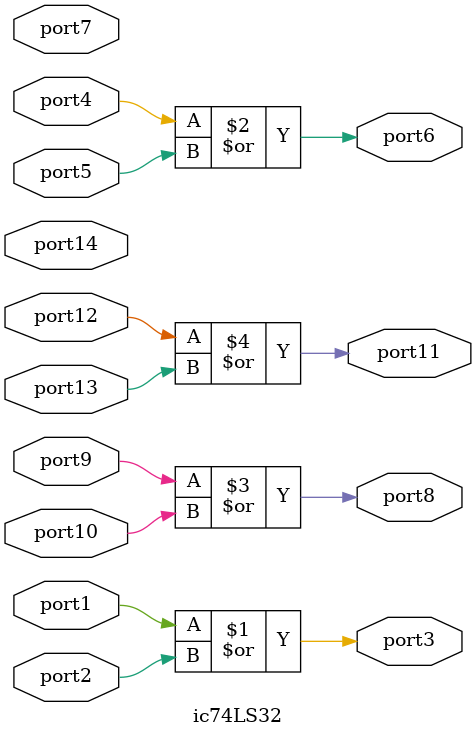
<source format=v>
module ic74LS32(
input wire port1,
input wire port2,
output wire port3,
input wire port4,
input wire port5,
output wire port6,
input wire port7,
output wire port8,
input wire port9,
input wire port10,
output wire port11,
input wire port12,
input wire port13,
input wire port14
);

assign port3 = port1 | port2;
assign port6 = port4 | port5;
assign port8 = port9 | port10;
assign port11 = port12 | port13;

endmodule
</source>
